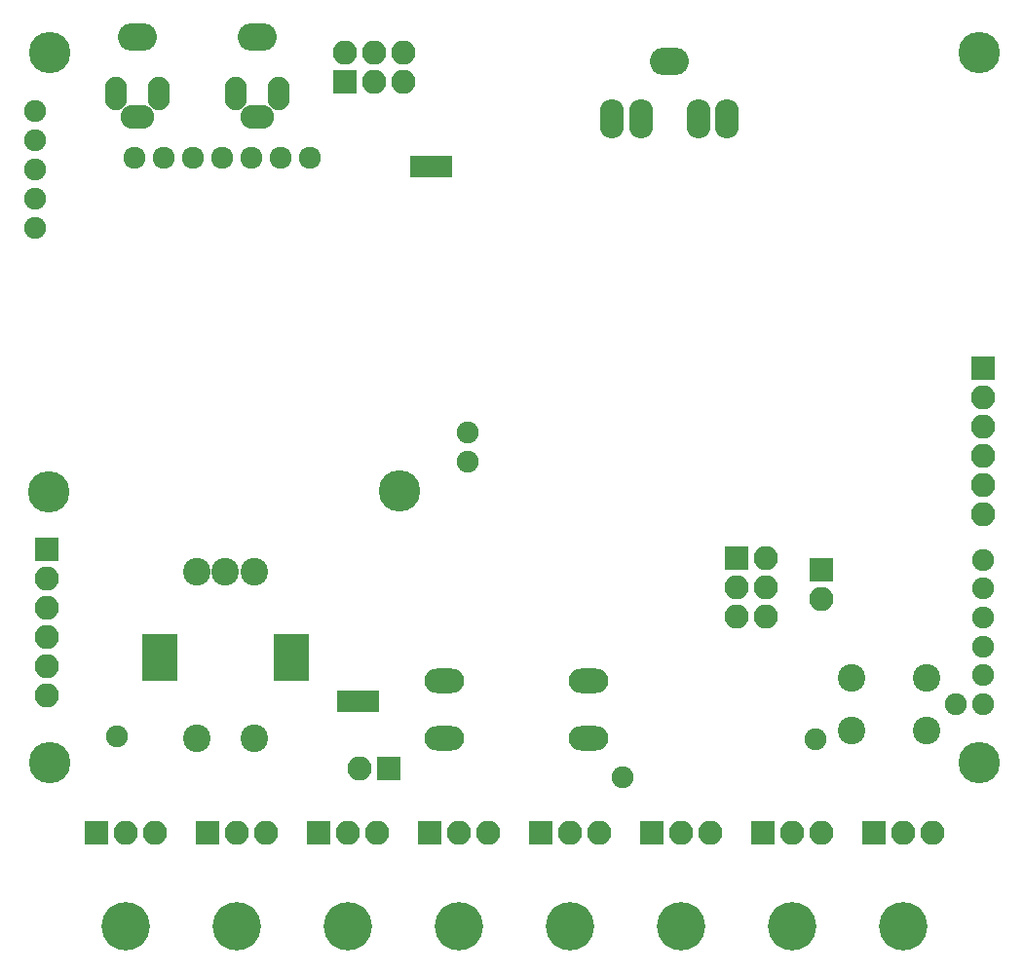
<source format=gbs>
%TF.GenerationSoftware,KiCad,Pcbnew,4.0.7*%
%TF.CreationDate,2018-03-17T21:48:54+01:00*%
%TF.ProjectId,Synkino,53796E6B696E6F2E6B696361645F7063,rev?*%
%TF.FileFunction,Soldermask,Bot*%
%FSLAX46Y46*%
G04 Gerber Fmt 4.6, Leading zero omitted, Abs format (unit mm)*
G04 Created by KiCad (PCBNEW 4.0.7) date 2018 March 17, Saturday 21:48:54*
%MOMM*%
%LPD*%
G01*
G04 APERTURE LIST*
%ADD10C,0.100000*%
%ADD11C,1.900000*%
%ADD12C,3.600000*%
%ADD13C,4.200000*%
%ADD14C,2.400000*%
%ADD15O,2.100000X3.400000*%
%ADD16O,3.400000X2.400000*%
%ADD17R,3.100000X4.100000*%
%ADD18R,2.100000X2.100000*%
%ADD19O,2.100000X2.100000*%
%ADD20C,1.924000*%
%ADD21O,1.900000X2.900000*%
%ADD22O,2.900000X2.100000*%
%ADD23R,1.900000X1.900000*%
%ADD24O,3.448000X2.127200*%
G04 APERTURE END LIST*
D10*
D11*
X154178000Y-98552000D03*
X125222000Y-104902000D03*
X141986000Y-101600000D03*
D12*
X75311000Y-80073500D03*
D13*
X149606000Y-117856000D03*
X139954000Y-117856000D03*
X130302000Y-117856000D03*
X120650000Y-117856000D03*
X110998000Y-117856000D03*
X101346000Y-117856000D03*
X91694000Y-117856000D03*
D12*
X105791000Y-80010000D03*
D14*
X151638000Y-96266000D03*
X151638000Y-100766000D03*
X145138000Y-96266000D03*
X145138000Y-100766000D03*
D12*
X156210000Y-103632000D03*
X75438000Y-103632000D03*
X75438000Y-41910000D03*
D15*
X131786000Y-47625000D03*
X134286000Y-47625000D03*
X126786000Y-47625000D03*
X124286000Y-47625000D03*
D16*
X129286000Y-42625000D03*
D14*
X93178000Y-101488000D03*
X93178000Y-86988000D03*
X90678000Y-86988000D03*
X88178000Y-86988000D03*
D17*
X96378000Y-94488000D03*
X84978000Y-94488000D03*
D14*
X88178000Y-101488000D03*
D18*
X75184000Y-85090000D03*
D19*
X75184000Y-87630000D03*
X75184000Y-90170000D03*
X75184000Y-92710000D03*
X75184000Y-95250000D03*
X75184000Y-97790000D03*
D18*
X101092000Y-44450000D03*
D19*
X101092000Y-41910000D03*
X103632000Y-44450000D03*
X103632000Y-41910000D03*
X106172000Y-44450000D03*
X106172000Y-41910000D03*
D18*
X156524000Y-69325000D03*
D19*
X156524000Y-71865000D03*
X156524000Y-74405000D03*
X156524000Y-76945000D03*
X156524000Y-79485000D03*
X156524000Y-82025000D03*
D11*
X156524000Y-85983000D03*
X156524000Y-88483000D03*
X156524000Y-90983000D03*
X156524000Y-93483000D03*
X156524000Y-95983000D03*
X156524000Y-98483000D03*
X74168000Y-49530000D03*
X74168000Y-52070000D03*
X74168000Y-54610000D03*
X74168000Y-57150000D03*
X74168000Y-46990000D03*
D12*
X156210000Y-41910000D03*
D18*
X142494000Y-86868000D03*
D19*
X142494000Y-89408000D03*
D18*
X135128000Y-85852000D03*
D19*
X137668000Y-85852000D03*
X135128000Y-88392000D03*
X137668000Y-88392000D03*
X135128000Y-90932000D03*
X137668000Y-90932000D03*
D20*
X82804000Y-51054000D03*
X85344000Y-51054000D03*
X87884000Y-51054000D03*
X90424000Y-51054000D03*
X92964000Y-51054000D03*
X95504000Y-51054000D03*
X98044000Y-51054000D03*
D18*
X79502000Y-109728000D03*
D19*
X82042000Y-109728000D03*
X84582000Y-109728000D03*
D18*
X89154000Y-109728000D03*
D19*
X91694000Y-109728000D03*
X94234000Y-109728000D03*
D18*
X98806000Y-109728000D03*
D19*
X101346000Y-109728000D03*
X103886000Y-109728000D03*
D18*
X108458000Y-109728000D03*
D19*
X110998000Y-109728000D03*
X113538000Y-109728000D03*
D18*
X118110000Y-109728000D03*
D19*
X120650000Y-109728000D03*
X123190000Y-109728000D03*
D18*
X127762000Y-109728000D03*
D19*
X130302000Y-109728000D03*
X132842000Y-109728000D03*
D18*
X137414000Y-109728000D03*
D19*
X139954000Y-109728000D03*
X142494000Y-109728000D03*
D18*
X147066000Y-109728000D03*
D19*
X149606000Y-109728000D03*
X152146000Y-109728000D03*
D21*
X95322000Y-45426000D03*
X91622000Y-45426000D03*
D22*
X93472000Y-47426000D03*
D16*
X93472000Y-40526000D03*
D21*
X84908000Y-45426000D03*
X81208000Y-45426000D03*
D22*
X83058000Y-47426000D03*
D16*
X83058000Y-40526000D03*
D13*
X82042000Y-117856000D03*
D11*
X81280000Y-101346000D03*
X111760000Y-77470000D03*
X111760000Y-74930000D03*
D23*
X107696000Y-51816000D03*
X109474000Y-51816000D03*
D24*
X122228000Y-96520000D03*
X122228000Y-101520000D03*
X109728000Y-96520000D03*
X109728000Y-101520000D03*
D18*
X104902000Y-104140000D03*
D19*
X102362000Y-104140000D03*
D23*
X103124000Y-98298000D03*
X101346000Y-98298000D03*
M02*

</source>
